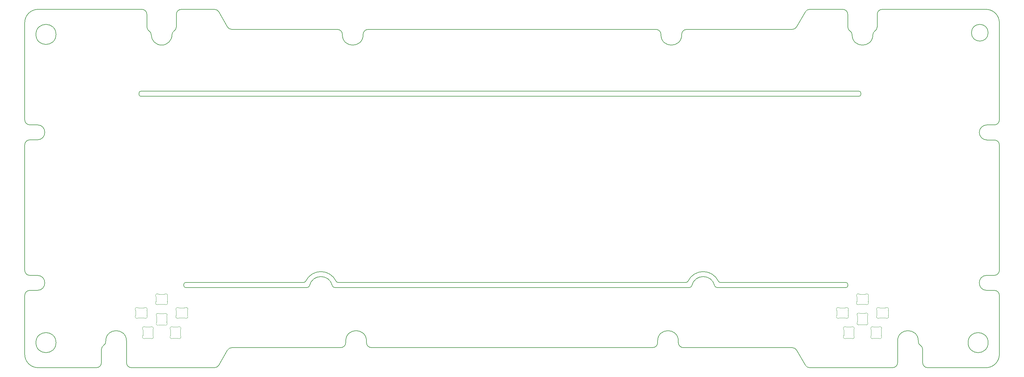
<source format=gbr>
G04 #@! TF.GenerationSoftware,KiCad,Pcbnew,(7.0.0-0)*
G04 #@! TF.CreationDate,2023-06-03T22:22:25-07:00*
G04 #@! TF.ProjectId,popstar_plateless,706f7073-7461-4725-9f70-6c6174656c65,rev?*
G04 #@! TF.SameCoordinates,Original*
G04 #@! TF.FileFunction,Profile,NP*
%FSLAX46Y46*%
G04 Gerber Fmt 4.6, Leading zero omitted, Abs format (unit mm)*
G04 Created by KiCad (PCBNEW (7.0.0-0)) date 2023-06-03 22:22:25*
%MOMM*%
%LPD*%
G01*
G04 APERTURE LIST*
G04 #@! TA.AperFunction,Profile*
%ADD10C,0.200000*%
G04 #@! TD*
G04 #@! TA.AperFunction,Profile*
%ADD11C,0.100000*%
G04 #@! TD*
G04 APERTURE END LIST*
D10*
X28924798Y-128974999D02*
G75*
G03*
X32924812Y-132975002I4000002J-1D01*
G01*
X318825000Y-105349963D02*
X316574998Y-105349963D01*
X123403919Y-126974917D02*
G75*
G03*
X124903917Y-125474897I-19J1500017D01*
G01*
X90847411Y-126974930D02*
G75*
G03*
X89548374Y-127724939I-11J-1499970D01*
G01*
X274999742Y-27275065D02*
X274999742Y-31020284D01*
X227637174Y-109000000D02*
X121612825Y-109000000D01*
X285299740Y-25775042D02*
G75*
G03*
X283799742Y-27275052I60J-1500058D01*
G01*
X66753451Y-33384437D02*
G75*
G03*
X72953449Y-33384435I3099999J-3D01*
G01*
X113337174Y-109000000D02*
X77000000Y-109000000D01*
X52552527Y-126272722D02*
G75*
G03*
X53156102Y-125175004I-696427J1097722D01*
G01*
X218145540Y-125474791D02*
X218145539Y-125000581D01*
X236290180Y-107072174D02*
G75*
G03*
X227259820Y-107072174I-4515180J-2147825D01*
G01*
X275000000Y-108000000D02*
X275000000Y-108500000D01*
X224345519Y-125474780D02*
G75*
G03*
X225845541Y-126974781I1499981J-20D01*
G01*
X283799742Y-27275052D02*
X283799742Y-31020285D01*
X226582543Y-107500038D02*
G75*
G03*
X227259819Y-107072174I-43J750038D01*
G01*
X112282543Y-107500038D02*
G75*
G03*
X112959819Y-107072174I-43J750038D01*
G01*
X275000000Y-108000000D02*
G75*
G03*
X274500000Y-107500000I-500000J0D01*
G01*
X120882620Y-108421177D02*
G75*
G03*
X114067380Y-108421177I-3407620J-798823D01*
G01*
X225349994Y-33274982D02*
X225349994Y-33384519D01*
X53156102Y-125000470D02*
X53156102Y-125175004D01*
X63953442Y-25774971D02*
X32924868Y-25775007D01*
X76500000Y-108500000D02*
X76500000Y-108000000D01*
X320325085Y-29775018D02*
G75*
G03*
X316325044Y-25775015I-4000085J-82D01*
G01*
X63600000Y-51780000D02*
X278400001Y-51780000D01*
X123899518Y-33274984D02*
G75*
G03*
X122399506Y-31774982I-1500018J-16D01*
G01*
X259701350Y-127724734D02*
G75*
G03*
X258402301Y-126974743I-1298950J-749866D01*
G01*
X120882597Y-108421183D02*
G75*
G03*
X121612825Y-109000000I730203J171183D01*
G01*
X276299652Y-33384604D02*
G75*
G03*
X282499748Y-33384598I3100048J4D01*
G01*
X123899506Y-33384508D02*
X123899506Y-33274984D01*
X32674821Y-105349957D02*
X30424824Y-105349957D01*
X28924927Y-58824273D02*
G75*
G03*
X30424853Y-60324273I1499973J-27D01*
G01*
X296093323Y-125000628D02*
G75*
G03*
X289893323Y-125000628I-3100000J-2D01*
G01*
X318824995Y-109849963D02*
X316574998Y-109849963D01*
X63100000Y-50780000D02*
X63099999Y-51279999D01*
X273499740Y-25775065D02*
X263598031Y-25775077D01*
X73557015Y-32286711D02*
G75*
G03*
X72953449Y-33384435I696385J-1097689D01*
G01*
X258402301Y-126974743D02*
X225845541Y-126974781D01*
X320325025Y-66352623D02*
X320325000Y-103849964D01*
X30424819Y-109849959D02*
G75*
G03*
X28924819Y-111349956I1J-1500001D01*
G01*
X86950231Y-26524978D02*
G75*
G03*
X85651248Y-25774945I-1299031J-749922D01*
G01*
X63100000Y-51279999D02*
G75*
G03*
X63600000Y-51780000I500000J-1D01*
G01*
X122667456Y-107500000D02*
X226582543Y-107500000D01*
X219150018Y-33274982D02*
G75*
G03*
X217649984Y-31774982I-1499918J82D01*
G01*
X235182597Y-108421183D02*
G75*
G03*
X235912825Y-109000000I730203J171183D01*
G01*
X316575017Y-60352578D02*
G75*
G03*
X316575017Y-64852622I-17J-2250022D01*
G01*
X320324995Y-111349964D02*
X320324983Y-128974673D01*
X316970259Y-125475761D02*
G75*
G03*
X316970259Y-125475761I-3000004J0D01*
G01*
X263598031Y-25775117D02*
G75*
G03*
X262298993Y-26525080I-31J-1499983D01*
G01*
X320325049Y-29775018D02*
X320325030Y-58852623D01*
X263598465Y-132974732D02*
X288393325Y-132974703D01*
X219149984Y-33274982D02*
X219149984Y-33384525D01*
X51856098Y-131474982D02*
X51856098Y-127539325D01*
X318825030Y-60352630D02*
G75*
G03*
X320325030Y-58852623I-130J1500130D01*
G01*
X131103916Y-125474893D02*
X131103915Y-125000682D01*
X318825000Y-105350000D02*
G75*
G03*
X320325000Y-103849964I0J1500000D01*
G01*
X30424848Y-64824248D02*
G75*
G03*
X28924848Y-66324272I52J-1500052D01*
G01*
X298893320Y-132974691D02*
X316324988Y-132974670D01*
X86950288Y-26524945D02*
X89548385Y-31024983D01*
X38274727Y-33275696D02*
G75*
G03*
X38274727Y-33275696I-3000004J0D01*
G01*
X276299759Y-33384604D02*
G75*
G03*
X275696171Y-32286883I-1300159J-96D01*
G01*
X283103329Y-32286901D02*
G75*
G03*
X282499748Y-33384598I696371J-1097699D01*
G01*
X318825030Y-60352622D02*
X316575017Y-60352622D01*
X89548375Y-31024989D02*
G75*
G03*
X90847424Y-31774983I1299025J749989D01*
G01*
X32674851Y-64824267D02*
G75*
G03*
X32674851Y-60324273I-1J2249997D01*
G01*
X258401949Y-31774946D02*
G75*
G03*
X259700988Y-31024979I51J1499946D01*
G01*
X30424819Y-109849957D02*
X32674821Y-109849957D01*
X65453409Y-31020117D02*
G75*
G03*
X66149872Y-32286716I1499991J17D01*
G01*
X216645541Y-126974792D02*
X132603918Y-126974890D01*
X278400001Y-51780000D02*
G75*
G03*
X278900000Y-51280000I-101J500100D01*
G01*
X113337174Y-108999975D02*
G75*
G03*
X114067379Y-108421177I26J749975D01*
G01*
X30424848Y-64824273D02*
X32674851Y-64824273D01*
X320325078Y-66352623D02*
G75*
G03*
X318825025Y-64852622I-1500078J-77D01*
G01*
X59356102Y-125000470D02*
G75*
G03*
X53156102Y-125000470I-3100000J-2D01*
G01*
X123899494Y-33384508D02*
G75*
G03*
X130099506Y-33384509I3100006J8D01*
G01*
X316575017Y-64852622D02*
X318825025Y-64852622D01*
X278400000Y-50280000D02*
X63600001Y-50279999D01*
X130099506Y-33274990D02*
X130099506Y-33384509D01*
X28924824Y-103849956D02*
X28924848Y-66324272D01*
X59356131Y-131474969D02*
G75*
G03*
X60856104Y-132974969I1499969J-31D01*
G01*
X236967456Y-107500000D02*
X274500000Y-107500000D01*
X90847424Y-31774983D02*
X122399506Y-31774982D01*
X316574998Y-105350037D02*
G75*
G03*
X316574998Y-109849963I2J-2249963D01*
G01*
X32924868Y-25775013D02*
G75*
G03*
X28924873Y-29775004I2J-3999997D01*
G01*
X131103910Y-125474893D02*
G75*
G03*
X132603918Y-126974890I1499990J-7D01*
G01*
X76500000Y-108500000D02*
G75*
G03*
X77000000Y-109000000I500000J0D01*
G01*
X121990215Y-107072157D02*
G75*
G03*
X122667456Y-107500000I677285J322157D01*
G01*
X89548374Y-127724939D02*
X86950298Y-132224940D01*
X74253444Y-27274957D02*
X74253444Y-31020118D01*
X259700989Y-31024979D02*
X262298993Y-26525080D01*
X66753393Y-33384437D02*
G75*
G03*
X66149872Y-32286717I-1299993J37D01*
G01*
X316324988Y-132974583D02*
G75*
G03*
X320324983Y-128974673I12J3999983D01*
G01*
X28924807Y-128974999D02*
X28924819Y-111349956D01*
X131103885Y-125000682D02*
G75*
G03*
X124903915Y-125000701I-3099985J-18D01*
G01*
X296093323Y-125175036D02*
X296093323Y-125000628D01*
X289893323Y-125000628D02*
X289893323Y-131474703D01*
X63600001Y-50280000D02*
G75*
G03*
X63100000Y-50780000I-1J-500000D01*
G01*
X262299409Y-132224745D02*
G75*
G03*
X263598465Y-132974732I1298991J749945D01*
G01*
X28924853Y-58824273D02*
X28924873Y-29775004D01*
X283103334Y-32286909D02*
G75*
G03*
X283799742Y-31020285I-803634J1266609D01*
G01*
X32924812Y-132975002D02*
X50356100Y-132974982D01*
X274500000Y-109000000D02*
G75*
G03*
X275000000Y-108500000I-100J500100D01*
G01*
X224345539Y-125000585D02*
X224345539Y-125474780D01*
X124903915Y-125000701D02*
X124903917Y-125474897D01*
X219150006Y-33384525D02*
G75*
G03*
X225349994Y-33384519I3099994J25D01*
G01*
X38274698Y-125475696D02*
G75*
G03*
X38274698Y-125475696I-2999996J0D01*
G01*
X296093328Y-125175036D02*
G75*
G03*
X296696892Y-126272754I1300072J36D01*
G01*
X226849994Y-31774894D02*
G75*
G03*
X225349994Y-33274982I6J-1500006D01*
G01*
X274999735Y-27275065D02*
G75*
G03*
X273499740Y-25775065I-1500035J-35D01*
G01*
X65453444Y-27274971D02*
X65453444Y-31020117D01*
X226849994Y-31774982D02*
X258401949Y-31774982D01*
X28924843Y-103849956D02*
G75*
G03*
X30424824Y-105349957I1499957J-44D01*
G01*
X274999737Y-31020284D02*
G75*
G03*
X275696171Y-32286882I1499963J-16D01*
G01*
X235182620Y-108421177D02*
G75*
G03*
X228367380Y-108421177I-3407620J-798823D01*
G01*
X73557021Y-32286720D02*
G75*
G03*
X74253444Y-31020118I-803621J1266620D01*
G01*
X77000000Y-107500000D02*
G75*
G03*
X76500000Y-108000000I0J-500000D01*
G01*
X85651248Y-25774945D02*
X75753442Y-25774957D01*
X274500000Y-109000000D02*
X235912825Y-109000000D01*
X131599505Y-31775006D02*
G75*
G03*
X130099506Y-33274990I-5J-1499994D01*
G01*
X297393309Y-131474691D02*
G75*
G03*
X298893320Y-132974691I1499991J-9D01*
G01*
X316970277Y-32775762D02*
G75*
G03*
X316970277Y-32775762I-2500000J0D01*
G01*
X77000000Y-107500000D02*
X112282543Y-107500000D01*
X60856104Y-132974969D02*
X85651261Y-132974940D01*
X75753442Y-25775044D02*
G75*
G03*
X74253444Y-27274957I-42J-1499956D01*
G01*
X52552517Y-126272706D02*
G75*
G03*
X51856098Y-127539325I803583J-1266594D01*
G01*
X123403919Y-126974901D02*
X90847411Y-126974939D01*
X32674851Y-60324273D02*
X30424853Y-60324273D01*
X224345461Y-125000585D02*
G75*
G03*
X218145539Y-125000581I-3099961J-15D01*
G01*
X320325037Y-111349964D02*
G75*
G03*
X318824995Y-109849963I-1499937J64D01*
G01*
X227637174Y-108999975D02*
G75*
G03*
X228367379Y-108421177I26J749975D01*
G01*
X297393312Y-127539351D02*
G75*
G03*
X296696892Y-126272755I-1499912J51D01*
G01*
X262299427Y-132224735D02*
X259701339Y-127724740D01*
X278900000Y-50780000D02*
G75*
G03*
X278400000Y-50280000I-500000J0D01*
G01*
X121990179Y-107072174D02*
G75*
G03*
X112959821Y-107072174I-4515179J-2147826D01*
G01*
X50356100Y-132974998D02*
G75*
G03*
X51856098Y-131474982I0J1499998D01*
G01*
X85651261Y-132974885D02*
G75*
G03*
X86950298Y-132224940I39J1499985D01*
G01*
X59356102Y-131474969D02*
X59356102Y-125000470D01*
X65453429Y-27274971D02*
G75*
G03*
X63953442Y-25774971I-1500029J-29D01*
G01*
X32674821Y-109849963D02*
G75*
G03*
X32674821Y-105349957I-1J2250003D01*
G01*
X217649984Y-31774982D02*
X131599505Y-31774982D01*
X288393325Y-132974623D02*
G75*
G03*
X289893323Y-131474703I-25J1500023D01*
G01*
X297393319Y-127539351D02*
X297393319Y-131474691D01*
X236290185Y-107072171D02*
G75*
G03*
X236967456Y-107500000I677215J322071D01*
G01*
X216645541Y-126974840D02*
G75*
G03*
X218145540Y-125474791I-41J1500040D01*
G01*
X278900000Y-51280000D02*
X278900000Y-50780000D01*
X316325044Y-25775015D02*
X285299740Y-25775052D01*
D11*
G04 #@! TO.C,D12*
X281099999Y-111797157D02*
X281099999Y-113202841D01*
X280194452Y-113999999D02*
X278605548Y-113999999D01*
X278605548Y-111000000D02*
X280194453Y-111000000D01*
X277700001Y-113202841D02*
X277700001Y-111797157D01*
X281100000Y-113202841D02*
G75*
G03*
X281149485Y-113419719I499989J-2D01*
G01*
X280446711Y-114068298D02*
G75*
G03*
X281149483Y-113419718I252259J431700D01*
G01*
X281149484Y-111580279D02*
G75*
G03*
X281099999Y-111797156I450505J-216876D01*
G01*
X281149484Y-111580279D02*
G75*
G03*
X280446711Y-110931701I-450514J216878D01*
G01*
X280194453Y-111000000D02*
G75*
G03*
X280446711Y-110931701I-3J500009D01*
G01*
X280446711Y-114068298D02*
G75*
G03*
X280194452Y-113999999I-252261J-431710D01*
G01*
X278353289Y-110931700D02*
G75*
G03*
X278605547Y-110999999I252261J431710D01*
G01*
X278605548Y-114000000D02*
G75*
G03*
X278353290Y-114068298I2J-500010D01*
G01*
X277650520Y-113419721D02*
G75*
G03*
X278353289Y-114068296I450510J-216879D01*
G01*
X277650516Y-113419719D02*
G75*
G03*
X277700001Y-113202842I-450866J216959D01*
G01*
X278353289Y-110931700D02*
G75*
G03*
X277650516Y-111580279I-252259J-431700D01*
G01*
X277699989Y-111797157D02*
G75*
G03*
X277650515Y-111580279I-500289J-43D01*
G01*
G04 #@! TO.C,D1*
X71549999Y-111797157D02*
X71549999Y-113202841D01*
X70644452Y-113999999D02*
X69055548Y-113999999D01*
X69055548Y-111000000D02*
X70644453Y-111000000D01*
X68150001Y-113202841D02*
X68150001Y-111797157D01*
X71550000Y-113202841D02*
G75*
G03*
X71599485Y-113419719I499989J-2D01*
G01*
X70896711Y-114068298D02*
G75*
G03*
X71599483Y-113419718I252259J431700D01*
G01*
X71599484Y-111580279D02*
G75*
G03*
X71549999Y-111797156I450505J-216876D01*
G01*
X71599484Y-111580279D02*
G75*
G03*
X70896711Y-110931701I-450514J216878D01*
G01*
X70644453Y-111000000D02*
G75*
G03*
X70896711Y-110931701I-3J500009D01*
G01*
X70896711Y-114068298D02*
G75*
G03*
X70644452Y-113999999I-252261J-431710D01*
G01*
X68803289Y-110931700D02*
G75*
G03*
X69055547Y-110999999I252261J431710D01*
G01*
X69055548Y-114000000D02*
G75*
G03*
X68803290Y-114068298I2J-500010D01*
G01*
X68100520Y-113419721D02*
G75*
G03*
X68803289Y-114068296I450510J-216879D01*
G01*
X68100516Y-113419719D02*
G75*
G03*
X68150001Y-113202842I-450866J216959D01*
G01*
X68803289Y-110931700D02*
G75*
G03*
X68100516Y-111580279I-252259J-431700D01*
G01*
X68149989Y-111797157D02*
G75*
G03*
X68100515Y-111580279I-500289J-43D01*
G01*
G04 #@! TO.C,D2*
X65449999Y-115897157D02*
X65449999Y-117302841D01*
X64544452Y-118099999D02*
X62955548Y-118099999D01*
X62955548Y-115100000D02*
X64544453Y-115100000D01*
X62050001Y-117302841D02*
X62050001Y-115897157D01*
X65450000Y-117302841D02*
G75*
G03*
X65499485Y-117519719I499989J-2D01*
G01*
X64796711Y-118168298D02*
G75*
G03*
X65499483Y-117519718I252259J431700D01*
G01*
X65499484Y-115680279D02*
G75*
G03*
X65449999Y-115897156I450505J-216876D01*
G01*
X65499484Y-115680279D02*
G75*
G03*
X64796711Y-115031701I-450514J216878D01*
G01*
X64544453Y-115100000D02*
G75*
G03*
X64796711Y-115031701I-3J500009D01*
G01*
X64796711Y-118168298D02*
G75*
G03*
X64544452Y-118099999I-252261J-431710D01*
G01*
X62703289Y-115031700D02*
G75*
G03*
X62955547Y-115099999I252261J431710D01*
G01*
X62955548Y-118100000D02*
G75*
G03*
X62703290Y-118168298I2J-500010D01*
G01*
X62000520Y-117519721D02*
G75*
G03*
X62703289Y-118168296I450510J-216879D01*
G01*
X62000516Y-117519719D02*
G75*
G03*
X62050001Y-117302842I-450866J216959D01*
G01*
X62703289Y-115031700D02*
G75*
G03*
X62000516Y-115680279I-252259J-431700D01*
G01*
X62049989Y-115897157D02*
G75*
G03*
X62000515Y-115680279I-500289J-43D01*
G01*
G04 #@! TO.C,D4*
X74702843Y-124199999D02*
X73297159Y-124199999D01*
X72500001Y-123294452D02*
X72500001Y-121705548D01*
X75500000Y-121705548D02*
X75500000Y-123294453D01*
X73297159Y-120800001D02*
X74702843Y-120800001D01*
X73297159Y-124200000D02*
G75*
G03*
X73080281Y-124249485I-2J-499989D01*
G01*
X72431702Y-123546711D02*
G75*
G03*
X73080282Y-124249483I431700J-252259D01*
G01*
X74919721Y-124249484D02*
G75*
G03*
X74702844Y-124199999I-216876J-450505D01*
G01*
X74919721Y-124249484D02*
G75*
G03*
X75568299Y-123546711I216878J450514D01*
G01*
X75500000Y-123294453D02*
G75*
G03*
X75568299Y-123546711I500009J3D01*
G01*
X72431702Y-123546711D02*
G75*
G03*
X72500001Y-123294452I-431710J252261D01*
G01*
X75568300Y-121453289D02*
G75*
G03*
X75500001Y-121705547I431710J-252261D01*
G01*
X72500000Y-121705548D02*
G75*
G03*
X72431702Y-121453290I-500010J-2D01*
G01*
X73080279Y-120750520D02*
G75*
G03*
X72431704Y-121453289I-216879J-450510D01*
G01*
X73080281Y-120750516D02*
G75*
G03*
X73297158Y-120800001I216959J450866D01*
G01*
X75568300Y-121453289D02*
G75*
G03*
X74919721Y-120750516I-431700J252259D01*
G01*
X74702843Y-120799989D02*
G75*
G03*
X74919721Y-120750515I-43J500289D01*
G01*
G04 #@! TO.C,D5*
X74200001Y-117302843D02*
X74200001Y-115897159D01*
X75105548Y-115100001D02*
X76694452Y-115100001D01*
X76694452Y-118100000D02*
X75105547Y-118100000D01*
X77599999Y-115897159D02*
X77599999Y-117302843D01*
X74200000Y-115897159D02*
G75*
G03*
X74150515Y-115680281I-499989J2D01*
G01*
X74853289Y-115031702D02*
G75*
G03*
X74150517Y-115680282I-252259J-431700D01*
G01*
X74150516Y-117519721D02*
G75*
G03*
X74200001Y-117302844I-450505J216876D01*
G01*
X74150516Y-117519721D02*
G75*
G03*
X74853289Y-118168299I450514J-216878D01*
G01*
X75105547Y-118100000D02*
G75*
G03*
X74853289Y-118168299I3J-500009D01*
G01*
X74853289Y-115031702D02*
G75*
G03*
X75105548Y-115100001I252261J431710D01*
G01*
X76946711Y-118168300D02*
G75*
G03*
X76694453Y-118100001I-252261J-431710D01*
G01*
X76694452Y-115100000D02*
G75*
G03*
X76946710Y-115031702I-2J500010D01*
G01*
X77649480Y-115680279D02*
G75*
G03*
X76946711Y-115031704I-450510J216879D01*
G01*
X77649484Y-115680281D02*
G75*
G03*
X77599999Y-115897158I450866J-216959D01*
G01*
X76946711Y-118168300D02*
G75*
G03*
X77649484Y-117519721I252259J431700D01*
G01*
X77600011Y-117302843D02*
G75*
G03*
X77649485Y-117519721I500289J43D01*
G01*
G04 #@! TO.C,D8*
X274597157Y-120800001D02*
X276002841Y-120800001D01*
X276799999Y-121705548D02*
X276799999Y-123294452D01*
X273800000Y-123294452D02*
X273800000Y-121705547D01*
X276002841Y-124199999D02*
X274597157Y-124199999D01*
X276002841Y-120800000D02*
G75*
G03*
X276219719Y-120750515I2J499989D01*
G01*
X276868298Y-121453289D02*
G75*
G03*
X276219718Y-120750517I-431700J252259D01*
G01*
X274380279Y-120750516D02*
G75*
G03*
X274597156Y-120800001I216876J450505D01*
G01*
X274380279Y-120750516D02*
G75*
G03*
X273731701Y-121453289I-216878J-450514D01*
G01*
X273800000Y-121705547D02*
G75*
G03*
X273731701Y-121453289I-500009J-3D01*
G01*
X276868298Y-121453289D02*
G75*
G03*
X276799999Y-121705548I431710J-252261D01*
G01*
X273731700Y-123546711D02*
G75*
G03*
X273799999Y-123294453I-431710J252261D01*
G01*
X276800000Y-123294452D02*
G75*
G03*
X276868298Y-123546710I500010J2D01*
G01*
X276219721Y-124249480D02*
G75*
G03*
X276868296Y-123546711I216879J450510D01*
G01*
X276219719Y-124249484D02*
G75*
G03*
X276002842Y-124199999I-216959J-450866D01*
G01*
X273731700Y-123546711D02*
G75*
G03*
X274380279Y-124249484I431700J-252259D01*
G01*
X274597157Y-124200011D02*
G75*
G03*
X274380279Y-124249485I43J-500289D01*
G01*
G04 #@! TO.C,D7*
X275099999Y-115897157D02*
X275099999Y-117302841D01*
X274194452Y-118099999D02*
X272605548Y-118099999D01*
X272605548Y-115100000D02*
X274194453Y-115100000D01*
X271700001Y-117302841D02*
X271700001Y-115897157D01*
X275100000Y-117302841D02*
G75*
G03*
X275149485Y-117519719I499989J-2D01*
G01*
X274446711Y-118168298D02*
G75*
G03*
X275149483Y-117519718I252259J431700D01*
G01*
X275149484Y-115680279D02*
G75*
G03*
X275099999Y-115897156I450505J-216876D01*
G01*
X275149484Y-115680279D02*
G75*
G03*
X274446711Y-115031701I-450514J216878D01*
G01*
X274194453Y-115100000D02*
G75*
G03*
X274446711Y-115031701I-3J500009D01*
G01*
X274446711Y-118168298D02*
G75*
G03*
X274194452Y-118099999I-252261J-431710D01*
G01*
X272353289Y-115031700D02*
G75*
G03*
X272605547Y-115099999I252261J431710D01*
G01*
X272605548Y-118100000D02*
G75*
G03*
X272353290Y-118168298I2J-500010D01*
G01*
X271650520Y-117519721D02*
G75*
G03*
X272353289Y-118168296I450510J-216879D01*
G01*
X271650516Y-117519719D02*
G75*
G03*
X271700001Y-117302842I-450866J216959D01*
G01*
X272353289Y-115031700D02*
G75*
G03*
X271650516Y-115680279I-252259J-431700D01*
G01*
X271699989Y-115897157D02*
G75*
G03*
X271650515Y-115680279I-500289J-43D01*
G01*
G04 #@! TO.C,D11*
X278697157Y-116700001D02*
X280102841Y-116700001D01*
X280899999Y-117605548D02*
X280899999Y-119194452D01*
X277900000Y-119194452D02*
X277900000Y-117605547D01*
X280102841Y-120099999D02*
X278697157Y-120099999D01*
X280102841Y-116700000D02*
G75*
G03*
X280319719Y-116650515I2J499989D01*
G01*
X280968298Y-117353289D02*
G75*
G03*
X280319718Y-116650517I-431700J252259D01*
G01*
X278480279Y-116650516D02*
G75*
G03*
X278697156Y-116700001I216876J450505D01*
G01*
X278480279Y-116650516D02*
G75*
G03*
X277831701Y-117353289I-216878J-450514D01*
G01*
X277900000Y-117605547D02*
G75*
G03*
X277831701Y-117353289I-500009J-3D01*
G01*
X280968298Y-117353289D02*
G75*
G03*
X280899999Y-117605548I431710J-252261D01*
G01*
X277831700Y-119446711D02*
G75*
G03*
X277899999Y-119194453I-431710J252261D01*
G01*
X280900000Y-119194452D02*
G75*
G03*
X280968298Y-119446710I500010J2D01*
G01*
X280319721Y-120149480D02*
G75*
G03*
X280968296Y-119446711I216879J450510D01*
G01*
X280319719Y-120149484D02*
G75*
G03*
X280102842Y-120099999I-216959J-450866D01*
G01*
X277831700Y-119446711D02*
G75*
G03*
X278480279Y-120149484I431700J-252259D01*
G01*
X278697157Y-120100011D02*
G75*
G03*
X278480279Y-120149485I43J-500289D01*
G01*
G04 #@! TO.C,D3*
X65047157Y-120800001D02*
X66452841Y-120800001D01*
X67249999Y-121705548D02*
X67249999Y-123294452D01*
X64250000Y-123294452D02*
X64250000Y-121705547D01*
X66452841Y-124199999D02*
X65047157Y-124199999D01*
X66452841Y-120800000D02*
G75*
G03*
X66669719Y-120750515I2J499989D01*
G01*
X67318298Y-121453289D02*
G75*
G03*
X66669718Y-120750517I-431700J252259D01*
G01*
X64830279Y-120750516D02*
G75*
G03*
X65047156Y-120800001I216876J450505D01*
G01*
X64830279Y-120750516D02*
G75*
G03*
X64181701Y-121453289I-216878J-450514D01*
G01*
X64250000Y-121705547D02*
G75*
G03*
X64181701Y-121453289I-500009J-3D01*
G01*
X67318298Y-121453289D02*
G75*
G03*
X67249999Y-121705548I431710J-252261D01*
G01*
X64181700Y-123546711D02*
G75*
G03*
X64249999Y-123294453I-431710J252261D01*
G01*
X67250000Y-123294452D02*
G75*
G03*
X67318298Y-123546710I500010J2D01*
G01*
X66669721Y-124249480D02*
G75*
G03*
X67318296Y-123546711I216879J450510D01*
G01*
X66669719Y-124249484D02*
G75*
G03*
X66452842Y-124199999I-216959J-450866D01*
G01*
X64181700Y-123546711D02*
G75*
G03*
X64830279Y-124249484I431700J-252259D01*
G01*
X65047157Y-124200011D02*
G75*
G03*
X64830279Y-124249485I43J-500289D01*
G01*
G04 #@! TO.C,D10*
X283700001Y-117302843D02*
X283700001Y-115897159D01*
X284605548Y-115100001D02*
X286194452Y-115100001D01*
X286194452Y-118100000D02*
X284605547Y-118100000D01*
X287099999Y-115897159D02*
X287099999Y-117302843D01*
X283700000Y-115897159D02*
G75*
G03*
X283650515Y-115680281I-499989J2D01*
G01*
X284353289Y-115031702D02*
G75*
G03*
X283650517Y-115680282I-252259J-431700D01*
G01*
X283650516Y-117519721D02*
G75*
G03*
X283700001Y-117302844I-450505J216876D01*
G01*
X283650516Y-117519721D02*
G75*
G03*
X284353289Y-118168299I450514J-216878D01*
G01*
X284605547Y-118100000D02*
G75*
G03*
X284353289Y-118168299I3J-500009D01*
G01*
X284353289Y-115031702D02*
G75*
G03*
X284605548Y-115100001I252261J431710D01*
G01*
X286446711Y-118168300D02*
G75*
G03*
X286194453Y-118100001I-252261J-431710D01*
G01*
X286194452Y-115100000D02*
G75*
G03*
X286446710Y-115031702I-2J500010D01*
G01*
X287149480Y-115680279D02*
G75*
G03*
X286446711Y-115031704I-450510J216879D01*
G01*
X287149484Y-115680281D02*
G75*
G03*
X287099999Y-115897158I450866J-216959D01*
G01*
X286446711Y-118168300D02*
G75*
G03*
X287149484Y-117519721I252259J431700D01*
G01*
X287100011Y-117302843D02*
G75*
G03*
X287149485Y-117519721I500289J43D01*
G01*
G04 #@! TO.C,D6*
X69172157Y-116800001D02*
X70577841Y-116800001D01*
X71374999Y-117705548D02*
X71374999Y-119294452D01*
X68375000Y-119294452D02*
X68375000Y-117705547D01*
X70577841Y-120199999D02*
X69172157Y-120199999D01*
X70577841Y-116800000D02*
G75*
G03*
X70794719Y-116750515I2J499989D01*
G01*
X71443298Y-117453289D02*
G75*
G03*
X70794718Y-116750517I-431700J252259D01*
G01*
X68955279Y-116750516D02*
G75*
G03*
X69172156Y-116800001I216876J450505D01*
G01*
X68955279Y-116750516D02*
G75*
G03*
X68306701Y-117453289I-216878J-450514D01*
G01*
X68375000Y-117705547D02*
G75*
G03*
X68306701Y-117453289I-500009J-3D01*
G01*
X71443298Y-117453289D02*
G75*
G03*
X71374999Y-117705548I431710J-252261D01*
G01*
X68306700Y-119546711D02*
G75*
G03*
X68374999Y-119294453I-431710J252261D01*
G01*
X71375000Y-119294452D02*
G75*
G03*
X71443298Y-119546710I500010J2D01*
G01*
X70794721Y-120249480D02*
G75*
G03*
X71443296Y-119546711I216879J450510D01*
G01*
X70794719Y-120249484D02*
G75*
G03*
X70577842Y-120199999I-216959J-450866D01*
G01*
X68306700Y-119546711D02*
G75*
G03*
X68955279Y-120249484I431700J-252259D01*
G01*
X69172157Y-120200011D02*
G75*
G03*
X68955279Y-120249485I43J-500289D01*
G01*
G04 #@! TO.C,D9*
X284202843Y-124199999D02*
X282797159Y-124199999D01*
X282000001Y-123294452D02*
X282000001Y-121705548D01*
X285000000Y-121705548D02*
X285000000Y-123294453D01*
X282797159Y-120800001D02*
X284202843Y-120800001D01*
X282797159Y-124200000D02*
G75*
G03*
X282580281Y-124249485I-2J-499989D01*
G01*
X281931702Y-123546711D02*
G75*
G03*
X282580282Y-124249483I431700J-252259D01*
G01*
X284419721Y-124249484D02*
G75*
G03*
X284202844Y-124199999I-216876J-450505D01*
G01*
X284419721Y-124249484D02*
G75*
G03*
X285068299Y-123546711I216878J450514D01*
G01*
X285000000Y-123294453D02*
G75*
G03*
X285068299Y-123546711I500009J3D01*
G01*
X281931702Y-123546711D02*
G75*
G03*
X282000001Y-123294452I-431710J252261D01*
G01*
X285068300Y-121453289D02*
G75*
G03*
X285000001Y-121705547I431710J-252261D01*
G01*
X282000000Y-121705548D02*
G75*
G03*
X281931702Y-121453290I-500010J-2D01*
G01*
X282580279Y-120750520D02*
G75*
G03*
X281931704Y-121453289I-216879J-450510D01*
G01*
X282580281Y-120750516D02*
G75*
G03*
X282797158Y-120800001I216959J450866D01*
G01*
X285068300Y-121453289D02*
G75*
G03*
X284419721Y-120750516I-431700J252259D01*
G01*
X284202843Y-120799989D02*
G75*
G03*
X284419721Y-120750515I-43J500289D01*
G01*
G04 #@! TD*
M02*

</source>
